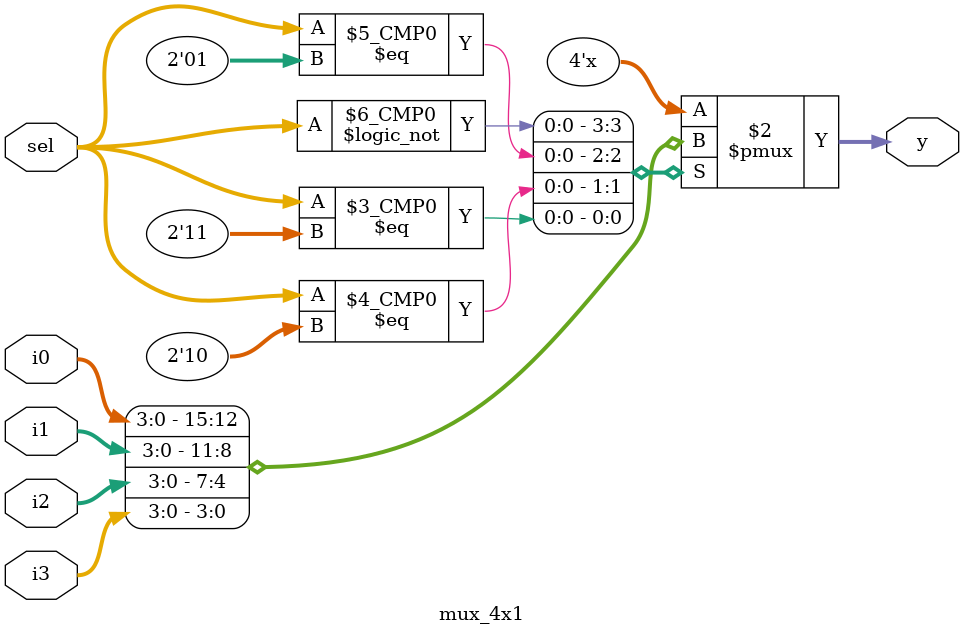
<source format=v>
`timescale 1ns / 1ps

module mux_4x1(
	input [1:0] sel,
	input [3:0]i0,i1,i2,i3,
	output reg[3:0] y
);

always @(*)
begin
	y=0;
	case(sel)
		2'h0: y=i0;
		2'h1: y=i1;
		2'h2: y=i2;
		2'h3: y=i3;
		default: y=i0;
	endcase
end

endmodule
</source>
